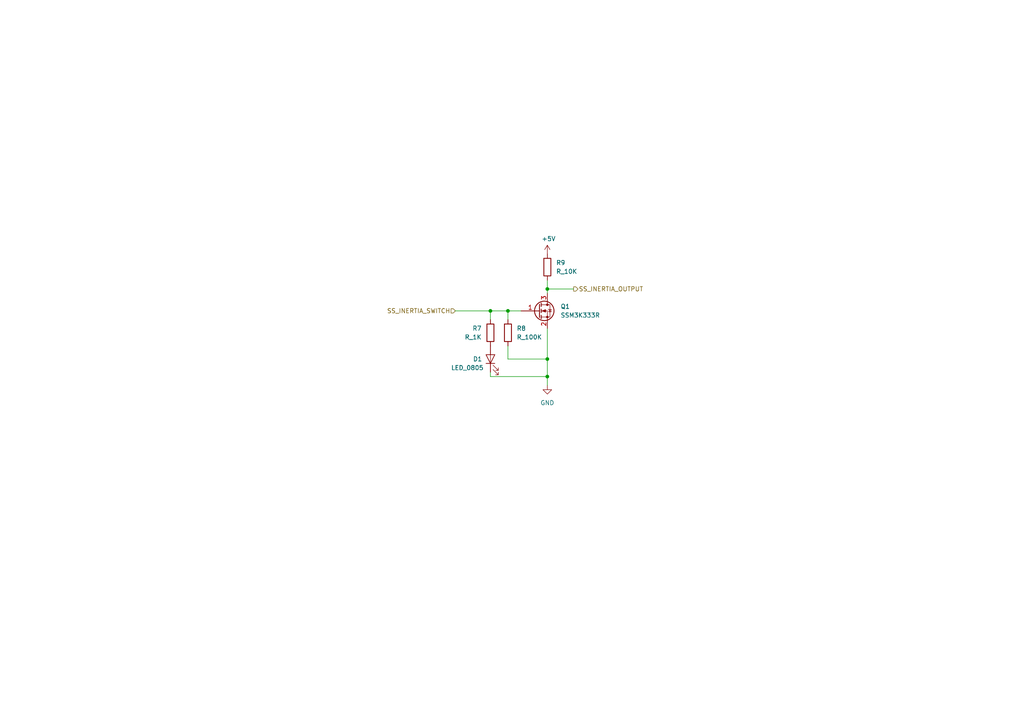
<source format=kicad_sch>
(kicad_sch (version 20211123) (generator eeschema)
  (paper "A4")
  (lib_symbols
    (symbol "OEM:LED_ORANGE" (pin_numbers hide) (pin_names (offset 1.016) hide)
      (property "Reference" "D" (at 0 -2.54 0))
      (property "Value" "LED_0805" (at 0 2.54 0))
      (symbol "LED_ORANGE_0_1"
        (polyline (pts (xy -1.27 -1.27) (xy -1.27 1.27)) (stroke (width 0.2032)))
        (polyline (pts (xy -1.27 0) (xy 1.27 0)))
        (polyline (pts (xy 1.27 -1.27) (xy 1.27 1.27) (xy -1.27 0) (xy 1.27 -1.27)) (stroke (width 0.2032)))
        (polyline (pts (xy -3.048 -0.762) (xy -4.572 -2.286) (xy -3.81 -2.286) (xy -4.572 -2.286) (xy -4.572 -1.524)))
        (polyline (pts (xy -1.778 -0.762) (xy -3.302 -2.286) (xy -2.54 -2.286) (xy -3.302 -2.286) (xy -3.302 -1.524)))
      )
      (symbol "LED_ORANGE_1_1"
        (pin passive line (at -3.81 0 0) (length 2.54) (name "K") (number "1"))
        (pin passive line (at 3.81 0 180) (length 2.54) (name "A") (number "2"))
      )
    )
    (symbol "OEM:100KR" (pin_numbers hide) (pin_names (offset 0))
      (property "Reference" "R" (at 2.032 0 90))
      (property "Value" "R_100K" (at -2.54 0 90))
      (symbol "100KR_0_1"
        (rectangle (start -1.016 -2.54) (end 1.016 2.54) (stroke (width 0.254)))
      )
      (symbol "100KR_1_1"
        (pin passive line (at 0 3.81 270) (length 1.27) (name "~") (number "1"))
        (pin passive line (at 0 -3.81 90) (length 1.27) (name "~") (number "2"))
      )
    )
    (symbol "OEM:10KR" (pin_numbers hide) (pin_names (offset 0))
      (property "Reference" "R" (at 2.032 0 90))
      (property "Value" "R_10K" (at -2.54 0 90))
      (symbol "10KR_0_1"
        (rectangle (start -1.016 -2.54) (end 1.016 2.54) (stroke (width 0.254)))
      )
      (symbol "10KR_1_1"
        (pin passive line (at 0 3.81 270) (length 1.27) (name "~") (number "1"))
        (pin passive line (at 0 -3.81 90) (length 1.27) (name "~") (number "2"))
      )
    )
    (symbol "OEM:1KR" (pin_numbers hide) (pin_names (offset 0))
      (property "Reference" "R" (at 2.032 0 90))
      (property "Value" "R_1K" (at -2.54 0 90))
      (symbol "1KR_1_1"
        (rectangle (start -1.016 -2.54) (end 1.016 2.54) (stroke (width 0.254)))
      )
      (symbol "1KR_1_1"
        (pin passive line (at 0 3.81 270) (length 1.27) (name "~") (number "1"))
        (pin passive line (at 0 -3.81 90) (length 1.27) (name "~") (number "2"))
      )
    )
    (symbol "formula:SSM3K333R" (pin_names (offset 0) hide)
      (property "Reference" "Q" (at 5.08 1.905 0))
      (property "Value" "SSM3K333R" (at 5.08 0 0))
      (symbol "SSM3K333R_0_1"
        (polyline (pts (xy 0.762 -1.778) (xy 2.54 -1.778)))
        (polyline (pts (xy 0.762 -1.27) (xy 0.762 -2.286)) (stroke (width 0.254)))
        (polyline (pts (xy 0.762 0) (xy 2.54 0)))
        (polyline (pts (xy 0.762 0.508) (xy 0.762 -0.508)) (stroke (width 0.254)))
        (polyline (pts (xy 0.762 1.778) (xy 2.54 1.778)))
        (polyline (pts (xy 0.762 2.286) (xy 0.762 1.27)) (stroke (width 0.254)))
        (polyline (pts (xy 2.54 -1.778) (xy 2.54 -2.54)))
        (polyline (pts (xy 2.54 -1.778) (xy 2.54 0)))
        (polyline (pts (xy 2.54 2.54) (xy 2.54 1.778)))
        (polyline (pts (xy 0.254 1.905) (xy 0.254 -1.905) (xy 0.254 -1.905)) (stroke (width 0.254)))
        (polyline (pts (xy 1.016 0) (xy 2.032 0.381) (xy 2.032 -0.381) (xy 1.016 0)) (fill (type outline)))
        (polyline (pts (xy 2.54 -1.778) (xy 3.302 -1.778) (xy 3.302 1.778) (xy 2.54 1.778)))
        (polyline (pts (xy 2.794 0.508) (xy 2.921 0.381) (xy 3.683 0.381) (xy 3.81 0.254)))
        (polyline (pts (xy 3.302 0.381) (xy 2.921 -0.254) (xy 3.683 -0.254) (xy 3.302 0.381)))
        (circle (center 1.651 0) (radius 2.8194) (stroke (width 0.254)))
        (circle (center 2.54 -1.778) (radius 0.2794) (fill (type outline)))
        (circle (center 2.54 1.778) (radius 0.2794) (fill (type outline)))
      )
      (symbol "SSM3K333R_1_1"
        (pin input line (at -5.08 0 0) (length 5.334) (name "G") (number "1"))
        (pin passive line (at 2.54 -5.08 90) (length 2.54) (name "S") (number "2"))
        (pin passive line (at 2.54 5.08 270) (length 2.54) (name "D") (number "3"))
      )
    )
    (symbol "power:+5V" (power) (pin_names (offset 0))
      (property "Value" "+5V" (at 0 3.556 0))
      (symbol "+5V_0_1"
        (polyline (pts (xy -0.762 1.27) (xy 0 2.54)))
        (polyline (pts (xy 0 0) (xy 0 2.54)))
        (polyline (pts (xy 0 2.54) (xy 0.762 1.27)))
      )
      (symbol "+5V_1_1"
        (pin power_in line (at 0 0 90) (length 0) hide (name "+5V") (number "1"))
      )
    )
    (symbol "power:GND" (power) (pin_names (offset 0))
      (property "Value" "GND" (at 0 -3.81 0))
      (symbol "GND_0_1"
        (polyline (pts (xy 0 0) (xy 0 -1.27) (xy 1.27 -1.27) (xy 0 -2.54) (xy -1.27 -1.27) (xy 0 -1.27)))
      )
      (symbol "GND_1_1"
        (pin power_in line (at 0 0 270) (length 0) hide (name "GND") (number "1"))
      )
    )
  )
  (junction (at 142.24 90.17))
  (junction (at 147.32 90.17))
  (junction (at 158.75 83.82))
  (junction (at 158.75 109.22))
  (junction (at 158.75 104.14))
  (wire (pts (xy 158.75 83.82) (xy 158.75 85.09)))
  (wire (pts (xy 158.75 83.82) (xy 166.37 83.82)))
  (wire (pts (xy 158.75 104.14) (xy 158.75 109.22)))
  (wire (pts (xy 147.32 104.14) (xy 158.75 104.14)))
  (wire (pts (xy 147.32 92.71) (xy 147.32 90.17)))
  (wire (pts (xy 142.24 107.95) (xy 142.24 109.22)))
  (wire (pts (xy 147.32 100.33) (xy 147.32 104.14)))
  (wire (pts (xy 147.32 90.17) (xy 151.13 90.17)))
  (wire (pts (xy 158.75 111.76) (xy 158.75 109.22)))
  (wire (pts (xy 158.75 95.25) (xy 158.75 104.14)))
  (wire (pts (xy 142.24 109.22) (xy 158.75 109.22)))
  (wire (pts (xy 142.24 90.17) (xy 147.32 90.17)))
  (wire (pts (xy 158.75 81.28) (xy 158.75 83.82)))
  (wire (pts (xy 142.24 92.71) (xy 142.24 90.17)))
  (wire (pts (xy 132.08 90.17) (xy 142.24 90.17)))
  (hierarchical_label "SS_INERTIA_SWITCH" (shape input) (at 132.08 90.17 180))
  (hierarchical_label "SS_INERTIA_OUTPUT" (shape output) (at 166.37 83.82 0))
  (symbol (lib_id "power:+5V") (at 158.75 73.66 0) (unit 1)
    (property "Reference" "#PWR?" (effects hide))
    (property "Value" "+5V" (at 159.131 69.2658 0))
  )
  (symbol (lib_id "OEM:1KR") (at 142.24 96.52 0) (mirror x) (unit 1)
    (property "Reference" "R7" (at 139.7 95.2499 0) (effects (justify right)))
    (property "Value" "R_1K" (at 139.7 97.7899 0) (effects (justify right)))
    (property "Footprint" "footprints:R_0805_OEM" (effects hide))
    (property "Datasheet" "https://www.seielect.com/Catalog/SEI-rncp.pdf" (effects hide))
    (property "MFN" "DK" (effects hide))
    (property "MPN" "RNCP0805FTD1K00CT-ND" (effects hide))
    (property "PurchasingLink" "https://www.digikey.com/products/en?keywords=RNCP0805FTD1K00CT-ND" (effects hide))
  )
  (symbol (lib_id "formula:SSM3K333R") (at 156.21 90.17 0) (unit 1)
    (property "Reference" "Q1" (at 162.56 88.8999 0) (effects (justify left)))
    (property "Value" "SSM3K333R" (at 162.56 91.4399 0) (effects (justify left)))
    (property "Footprint" "footprints:SOT-23F" (effects hide))
    (property "Datasheet" "https://drive.google.com/drive/folders/0B-V-iZf33Y4GNzhDQTJZanJRbVk" (effects hide))
    (property "MFN" "DK" (effects hide))
    (property "MPN" "SSM3K333RLFCT-ND" (effects hide))
    (property "PurchasingLink" "https://www.digikey.com/product-detail/en/toshiba-semiconductor-and-storage/SSM3K333RLF/SSM3K333RLFCT-ND/3522391" (effects hide))
  )
  (symbol (lib_id "OEM:LED_ORANGE") (at 142.24 104.14 90) (unit 1)
    (property "Reference" "D1" (at 137.16 104.14 90) (effects (justify right)))
    (property "Value" "LED_0805" (at 130.81 106.68 90) (effects (justify right)))
    (property "Footprint" "footprints:LED_0805_OEM" (effects hide))
    (property "Datasheet" "http://www.osram-os.com/Graphics/XPic9/00078860_0.pdf" (effects hide))
    (property "MFN" "DK" (effects hide))
    (property "MPN" "475-1410-1-ND" (effects hide))
    (property "PurchasingLink" "https://www.digikey.com/products/en?keywords=475-1410-1-ND" (effects hide))
  )
  (symbol (lib_id "OEM:100KR") (at 147.32 96.52 0) (unit 1)
    (property "Reference" "R8" (at 149.86 95.2499 0) (effects (justify left)))
    (property "Value" "R_100K" (at 149.86 97.7899 0) (effects (justify left)))
    (property "Footprint" "footprints:R_0805_OEM" (effects hide))
    (property "Datasheet" "https://industrial.panasonic.com/cdbs/www-data/pdf/RDA0000/AOA0000C304.pdf" (effects hide))
    (property "MFN" "DK" (effects hide))
    (property "MPN" "P100KCCT-ND" (effects hide))
    (property "PurchasingLink" "https://www.digikey.com/product-detail/en/panasonic-electronic-components/ERJ-6ENF1003V/P100KCCT-ND/119551" (effects hide))
  )
  (symbol (lib_id "OEM:10KR") (at 158.75 77.47 0) (unit 1)
    (property "Reference" "R9" (at 161.29 76.1999 0) (effects (justify left)))
    (property "Value" "R_10K" (at 161.29 78.7399 0) (effects (justify left)))
    (property "Footprint" "footprints:R_0805_OEM" (effects hide))
    (property "Datasheet" "http://www.bourns.com/data/global/pdfs/CRS.pdf" (effects hide))
    (property "MFN" "DK" (effects hide))
    (property "MPN" "CRS0805-FX-1002ELFCT-ND" (effects hide))
    (property "PurchasingLink" "https://www.digikey.com/products/en?keywords=CRS0805-FX-1002ELFCT-ND" (effects hide))
  )
  (symbol (lib_id "power:GND") (at 158.75 111.76 0) (unit 1)
    (property "Reference" "#PWR?" (effects hide))
    (property "Value" "GND" (at 158.75 116.84 0))
  )
)
</source>
